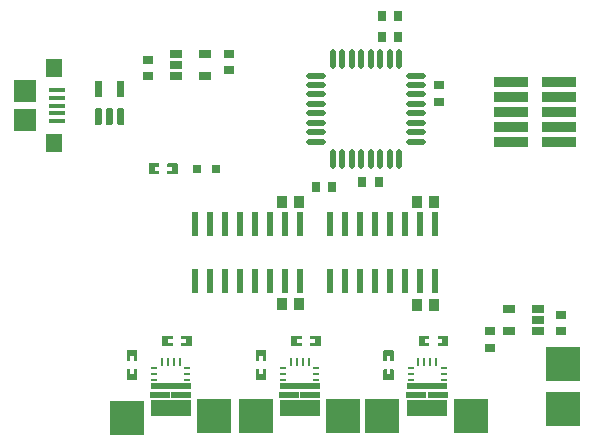
<source format=gtp>
G04 Layer: TopPasteMaskLayer*
G04 EasyEDA v6.5.22, 2022-12-05 22:01:04*
G04 d1a99e3ffb4d45b387634f4a3d5e2a22,8bbad783b4b447a482771b0ae512d992,10*
G04 Gerber Generator version 0.2*
G04 Scale: 100 percent, Rotated: No, Reflected: No *
G04 Dimensions in inches *
G04 leading zeros omitted , absolute positions ,3 integer and 6 decimal *
%FSLAX36Y36*%
%MOIN*%

%AMMACRO1*4,1,4,-0.0049,0.0118,0.0049,0.0118,0.0049,-0.0118,-0.0049,-0.0118,-0.0049,0.0118,0*%
%AMMACRO2*4,1,4,0.0266,0.0079,0.0266,-0.0079,-0.0266,-0.0079,-0.0266,0.0079,0.0266,0.0079,0*%
%ADD10R,0.1181X0.1181*%
%ADD11R,0.0315X0.0354*%
%ADD12R,0.0236X0.0098*%
%ADD13R,0.1378X0.0197*%
%ADD14R,0.0659X0.0197*%
%ADD15R,0.1378X0.0551*%
%ADD16MACRO1*%
%ADD17R,0.0354X0.0315*%
%ADD18R,0.0374X0.0413*%
%ADD19R,0.1181X0.0354*%
%ADD20R,0.0240X0.0810*%
%ADD21R,0.0315X0.0315*%
%ADD22O,0.017638X0.066299*%
%ADD23O,0.066299X0.017638*%
%ADD24R,0.0394X0.0276*%
%ADD25MACRO2*%
%ADD26R,0.0551X0.0630*%
%ADD27R,0.0748X0.0748*%
%ADD28R,0.0156X0.0748*%

%LPD*%
G36*
X921040Y-1442960D02*
G01*
X921040Y-1445900D01*
X909240Y-1445900D01*
X907260Y-1447880D01*
X907260Y-1453779D01*
X909240Y-1455740D01*
X921040Y-1455740D01*
X921040Y-1458700D01*
X939760Y-1458700D01*
X939760Y-1492160D01*
X941720Y-1494139D01*
X947620Y-1494139D01*
X949580Y-1492160D01*
X949580Y-1458700D01*
X959440Y-1458700D01*
X959440Y-1492160D01*
X961400Y-1494139D01*
X967300Y-1494139D01*
X969280Y-1492160D01*
X969280Y-1458700D01*
X979120Y-1458700D01*
X979120Y-1492160D01*
X981100Y-1494139D01*
X987000Y-1494139D01*
X988960Y-1492160D01*
X988960Y-1458700D01*
X998820Y-1458700D01*
X998820Y-1492160D01*
X1000780Y-1494139D01*
X1006680Y-1494139D01*
X1008640Y-1492160D01*
X1008640Y-1458700D01*
X1027340Y-1458700D01*
X1027340Y-1455740D01*
X1039160Y-1455740D01*
X1041140Y-1453779D01*
X1041140Y-1447880D01*
X1039160Y-1445900D01*
X1027340Y-1445900D01*
X1027340Y-1442960D01*
G37*
G36*
X981100Y-1415400D02*
G01*
X979120Y-1417360D01*
X979120Y-1429180D01*
X981100Y-1431140D01*
X1027340Y-1431140D01*
X1027340Y-1428180D01*
X1039160Y-1428180D01*
X1041140Y-1426220D01*
X1041140Y-1420320D01*
X1039160Y-1418340D01*
X1027340Y-1418340D01*
X1027340Y-1415400D01*
G37*
G36*
X921040Y-1415400D02*
G01*
X921040Y-1418340D01*
X909240Y-1418340D01*
X907260Y-1420320D01*
X907260Y-1426220D01*
X909240Y-1428180D01*
X921040Y-1428180D01*
X921040Y-1431140D01*
X967300Y-1431140D01*
X969280Y-1429180D01*
X969280Y-1417360D01*
X967300Y-1415400D01*
G37*
G36*
X981100Y-1387840D02*
G01*
X979120Y-1389800D01*
X979120Y-1401620D01*
X981100Y-1403580D01*
X1027340Y-1403580D01*
X1027340Y-1400620D01*
X1039160Y-1400620D01*
X1041140Y-1398660D01*
X1041140Y-1392760D01*
X1039160Y-1390780D01*
X1027340Y-1390780D01*
X1027340Y-1387840D01*
G37*
G36*
X921040Y-1387840D02*
G01*
X921040Y-1390780D01*
X909240Y-1390780D01*
X907260Y-1392760D01*
X907260Y-1398660D01*
X909240Y-1400620D01*
X921040Y-1400620D01*
X921040Y-1403580D01*
X967300Y-1403580D01*
X969280Y-1401620D01*
X969280Y-1389800D01*
X967300Y-1387840D01*
G37*
G36*
X1346040Y-1387840D02*
G01*
X1346040Y-1390800D01*
X1334240Y-1390800D01*
X1332260Y-1392760D01*
X1332260Y-1398660D01*
X1334240Y-1400640D01*
X1346040Y-1400640D01*
X1346040Y-1403600D01*
X1392300Y-1403600D01*
X1394280Y-1401620D01*
X1394280Y-1389820D01*
X1392300Y-1387840D01*
G37*
G36*
X1406080Y-1387840D02*
G01*
X1404120Y-1389800D01*
X1404120Y-1401620D01*
X1406080Y-1403580D01*
X1452340Y-1403580D01*
X1452340Y-1400640D01*
X1464160Y-1400640D01*
X1466120Y-1398660D01*
X1466120Y-1392760D01*
X1464160Y-1390800D01*
X1452340Y-1390800D01*
X1452340Y-1387840D01*
G37*
G36*
X1346040Y-1415400D02*
G01*
X1346040Y-1418360D01*
X1334240Y-1418360D01*
X1332260Y-1420320D01*
X1332260Y-1426220D01*
X1334240Y-1428200D01*
X1346040Y-1428200D01*
X1346040Y-1431160D01*
X1392300Y-1431160D01*
X1394280Y-1429180D01*
X1394280Y-1417380D01*
X1392300Y-1415400D01*
G37*
G36*
X1406080Y-1415400D02*
G01*
X1404120Y-1417360D01*
X1404120Y-1429180D01*
X1406080Y-1431140D01*
X1452340Y-1431140D01*
X1452340Y-1428200D01*
X1464160Y-1428200D01*
X1466120Y-1426220D01*
X1466120Y-1420320D01*
X1464160Y-1418360D01*
X1452340Y-1418360D01*
X1452340Y-1415400D01*
G37*
G36*
X1346040Y-1442960D02*
G01*
X1346040Y-1445920D01*
X1334240Y-1445920D01*
X1332260Y-1447880D01*
X1332260Y-1453779D01*
X1334240Y-1455760D01*
X1346040Y-1455760D01*
X1346040Y-1458700D01*
X1364740Y-1458700D01*
X1364740Y-1492180D01*
X1366720Y-1494139D01*
X1372620Y-1494139D01*
X1374580Y-1492180D01*
X1374580Y-1458700D01*
X1384440Y-1458700D01*
X1384440Y-1492180D01*
X1386399Y-1494139D01*
X1392300Y-1494139D01*
X1394280Y-1492180D01*
X1394280Y-1458700D01*
X1404120Y-1458700D01*
X1404120Y-1492180D01*
X1406080Y-1494139D01*
X1412000Y-1494139D01*
X1413959Y-1492180D01*
X1413959Y-1458700D01*
X1423800Y-1458700D01*
X1423800Y-1492180D01*
X1425760Y-1494139D01*
X1431680Y-1494139D01*
X1433640Y-1492180D01*
X1433640Y-1458700D01*
X1452340Y-1458700D01*
X1452340Y-1455760D01*
X1464160Y-1455760D01*
X1466120Y-1453779D01*
X1466120Y-1447880D01*
X1464160Y-1445920D01*
X1452340Y-1445920D01*
X1452340Y-1442960D01*
G37*
G36*
X491060Y-1387840D02*
G01*
X491060Y-1390800D01*
X479240Y-1390800D01*
X477280Y-1392760D01*
X477280Y-1398660D01*
X479240Y-1400640D01*
X491060Y-1400640D01*
X491060Y-1403600D01*
X537320Y-1403600D01*
X539280Y-1401620D01*
X539280Y-1389820D01*
X537320Y-1387840D01*
G37*
G36*
X551100Y-1387840D02*
G01*
X549120Y-1389800D01*
X549120Y-1401620D01*
X551100Y-1403580D01*
X597360Y-1403580D01*
X597360Y-1400640D01*
X609160Y-1400640D01*
X611140Y-1398660D01*
X611140Y-1392760D01*
X609160Y-1390800D01*
X597360Y-1390800D01*
X597360Y-1387840D01*
G37*
G36*
X491060Y-1415400D02*
G01*
X491060Y-1418360D01*
X479240Y-1418360D01*
X477280Y-1420320D01*
X477280Y-1426220D01*
X479240Y-1428200D01*
X491060Y-1428200D01*
X491060Y-1431160D01*
X537320Y-1431160D01*
X539280Y-1429180D01*
X539280Y-1417380D01*
X537320Y-1415400D01*
G37*
G36*
X551100Y-1415400D02*
G01*
X549120Y-1417360D01*
X549120Y-1429180D01*
X551100Y-1431140D01*
X597360Y-1431140D01*
X597360Y-1428200D01*
X609160Y-1428200D01*
X611140Y-1426220D01*
X611140Y-1420320D01*
X609160Y-1418360D01*
X597360Y-1418360D01*
X597360Y-1415400D01*
G37*
G36*
X491060Y-1442960D02*
G01*
X491060Y-1445920D01*
X479240Y-1445920D01*
X477280Y-1447880D01*
X477280Y-1453779D01*
X479240Y-1455760D01*
X491060Y-1455760D01*
X491060Y-1458700D01*
X509760Y-1458700D01*
X509760Y-1492180D01*
X511719Y-1494139D01*
X517640Y-1494139D01*
X519600Y-1492180D01*
X519600Y-1458700D01*
X529440Y-1458700D01*
X529440Y-1492180D01*
X531400Y-1494139D01*
X537320Y-1494139D01*
X539280Y-1492180D01*
X539280Y-1458700D01*
X549120Y-1458700D01*
X549120Y-1492180D01*
X551100Y-1494139D01*
X557000Y-1494139D01*
X558960Y-1492180D01*
X558960Y-1458700D01*
X568820Y-1458700D01*
X568820Y-1492180D01*
X570780Y-1494139D01*
X576680Y-1494139D01*
X578660Y-1492180D01*
X578660Y-1458700D01*
X597360Y-1458700D01*
X597360Y-1455760D01*
X609160Y-1455760D01*
X611140Y-1453779D01*
X611140Y-1447880D01*
X609160Y-1445920D01*
X597360Y-1445920D01*
X597360Y-1442960D01*
G37*
G36*
X829260Y-1338580D02*
G01*
X827280Y-1340560D01*
X827280Y-1372040D01*
X829260Y-1374019D01*
X860740Y-1374019D01*
X862720Y-1372040D01*
X862720Y-1340560D01*
X860740Y-1338580D01*
X851780Y-1338580D01*
X851780Y-1353160D01*
X838780Y-1353160D01*
X838780Y-1338580D01*
G37*
G36*
X829260Y-1275980D02*
G01*
X827280Y-1277960D01*
X827280Y-1309060D01*
X829260Y-1311020D01*
X838780Y-1311020D01*
X838780Y-1296060D01*
X851780Y-1296060D01*
X851780Y-1311020D01*
X860740Y-1311020D01*
X862720Y-1309060D01*
X862720Y-1277960D01*
X860740Y-1275980D01*
G37*
G36*
X947960Y-1227280D02*
G01*
X945980Y-1229260D01*
X945980Y-1260740D01*
X947960Y-1262720D01*
X979440Y-1262720D01*
X981420Y-1260740D01*
X981420Y-1251780D01*
X966860Y-1251780D01*
X966860Y-1238780D01*
X981420Y-1238780D01*
X981420Y-1229260D01*
X979440Y-1227280D01*
G37*
G36*
X1010939Y-1227280D02*
G01*
X1008980Y-1229260D01*
X1008980Y-1238780D01*
X1023940Y-1238780D01*
X1023940Y-1251780D01*
X1008980Y-1251780D01*
X1008980Y-1260740D01*
X1010939Y-1262720D01*
X1042039Y-1262720D01*
X1044020Y-1260740D01*
X1044020Y-1229260D01*
X1042039Y-1227280D01*
G37*
G36*
X1372960Y-1227280D02*
G01*
X1370980Y-1229260D01*
X1370980Y-1260740D01*
X1372960Y-1262720D01*
X1404440Y-1262720D01*
X1406420Y-1260740D01*
X1406420Y-1251780D01*
X1391860Y-1251780D01*
X1391860Y-1238780D01*
X1406420Y-1238780D01*
X1406420Y-1229260D01*
X1404440Y-1227280D01*
G37*
G36*
X1435940Y-1227280D02*
G01*
X1433980Y-1229260D01*
X1433980Y-1238780D01*
X1448940Y-1238780D01*
X1448940Y-1251780D01*
X1433980Y-1251780D01*
X1433980Y-1260740D01*
X1435940Y-1262720D01*
X1467040Y-1262720D01*
X1469019Y-1260740D01*
X1469019Y-1229260D01*
X1467040Y-1227280D01*
G37*
G36*
X1254260Y-1338580D02*
G01*
X1252280Y-1340560D01*
X1252280Y-1372040D01*
X1254260Y-1374019D01*
X1285740Y-1374019D01*
X1287720Y-1372040D01*
X1287720Y-1340560D01*
X1285740Y-1338580D01*
X1276780Y-1338580D01*
X1276780Y-1353160D01*
X1263780Y-1353160D01*
X1263780Y-1338580D01*
G37*
G36*
X1254260Y-1275980D02*
G01*
X1252280Y-1277960D01*
X1252280Y-1309060D01*
X1254260Y-1311020D01*
X1263780Y-1311020D01*
X1263780Y-1296060D01*
X1276780Y-1296060D01*
X1276780Y-1311020D01*
X1285740Y-1311020D01*
X1287720Y-1309060D01*
X1287720Y-1277960D01*
X1285740Y-1275980D01*
G37*
G36*
X517960Y-1227280D02*
G01*
X515980Y-1229260D01*
X515980Y-1260740D01*
X517960Y-1262720D01*
X549440Y-1262720D01*
X551420Y-1260740D01*
X551420Y-1251780D01*
X536840Y-1251780D01*
X536840Y-1238780D01*
X551420Y-1238780D01*
X551420Y-1229260D01*
X549440Y-1227280D01*
G37*
G36*
X580940Y-1227280D02*
G01*
X578980Y-1229260D01*
X578980Y-1238780D01*
X593940Y-1238780D01*
X593940Y-1251780D01*
X578980Y-1251780D01*
X578980Y-1260740D01*
X580940Y-1262720D01*
X612040Y-1262720D01*
X614020Y-1260740D01*
X614020Y-1229260D01*
X612040Y-1227280D01*
G37*
G36*
X399260Y-1338580D02*
G01*
X397280Y-1340560D01*
X397280Y-1372040D01*
X399260Y-1374019D01*
X430740Y-1374019D01*
X432720Y-1372040D01*
X432720Y-1340560D01*
X430740Y-1338580D01*
X421780Y-1338580D01*
X421780Y-1353160D01*
X408780Y-1353160D01*
X408780Y-1338580D01*
G37*
G36*
X399260Y-1275980D02*
G01*
X397280Y-1277960D01*
X397280Y-1309060D01*
X399260Y-1311020D01*
X408780Y-1311020D01*
X408780Y-1296060D01*
X421780Y-1296060D01*
X421780Y-1311020D01*
X430740Y-1311020D01*
X432720Y-1309060D01*
X432720Y-1277960D01*
X430740Y-1275980D01*
G37*
G36*
X535560Y-652280D02*
G01*
X533580Y-654260D01*
X533580Y-663220D01*
X548160Y-663220D01*
X548160Y-676220D01*
X533580Y-676220D01*
X533580Y-685740D01*
X535560Y-687720D01*
X567040Y-687720D01*
X569020Y-685740D01*
X569020Y-654260D01*
X567040Y-652280D01*
G37*
G36*
X472960Y-652280D02*
G01*
X470980Y-654260D01*
X470980Y-685740D01*
X472960Y-687720D01*
X504060Y-687720D01*
X506019Y-685740D01*
X506019Y-676220D01*
X491060Y-676220D01*
X491060Y-663220D01*
X506019Y-663220D01*
X506019Y-654260D01*
X504060Y-652280D01*
G37*
D10*
G01*
X1850730Y-1472719D03*
G01*
X1850730Y-1322719D03*
D11*
G01*
X1082560Y-730000D03*
G01*
X1027439Y-730000D03*
G01*
X1247439Y-160000D03*
G01*
X1302560Y-160000D03*
D12*
G01*
X919080Y-1333699D03*
G01*
X919080Y-1353389D03*
G01*
X919080Y-1373069D03*
D13*
G01*
X974200Y-1395709D03*
D14*
G01*
X938270Y-1423270D03*
D15*
G01*
X974200Y-1468550D03*
D14*
G01*
X1010129Y-1423270D03*
D12*
G01*
X1029319Y-1373069D03*
G01*
X1029319Y-1353389D03*
G01*
X1029319Y-1333699D03*
D16*
G01*
X1003730Y-1313033D03*
G01*
X984040Y-1313033D03*
G01*
X964360Y-1313033D03*
G01*
X944670Y-1313033D03*
G01*
X1369668Y-1313038D03*
G01*
X1389358Y-1313038D03*
G01*
X1409039Y-1313038D03*
G01*
X1428728Y-1313038D03*
D12*
G01*
X1454319Y-1333699D03*
G01*
X1454319Y-1353389D03*
G01*
X1454319Y-1373069D03*
D14*
G01*
X1435129Y-1423270D03*
D15*
G01*
X1399200Y-1468550D03*
D14*
G01*
X1363270Y-1423270D03*
D13*
G01*
X1399200Y-1395709D03*
D12*
G01*
X1344080Y-1373069D03*
G01*
X1344080Y-1353389D03*
G01*
X1344080Y-1333699D03*
D16*
G01*
X514671Y-1313038D03*
G01*
X534362Y-1313038D03*
G01*
X554042Y-1313038D03*
G01*
X573732Y-1313038D03*
D12*
G01*
X599319Y-1333699D03*
G01*
X599319Y-1353389D03*
G01*
X599319Y-1373069D03*
D14*
G01*
X580129Y-1423270D03*
D15*
G01*
X544200Y-1468550D03*
D14*
G01*
X508270Y-1423270D03*
D13*
G01*
X544200Y-1395709D03*
D12*
G01*
X489079Y-1373069D03*
G01*
X489079Y-1353389D03*
G01*
X489079Y-1333699D03*
D17*
G01*
X470000Y-307440D03*
G01*
X470000Y-362559D03*
G01*
X740000Y-287440D03*
G01*
X740000Y-342559D03*
D11*
G01*
X1182439Y-715000D03*
G01*
X1237560Y-715000D03*
D17*
G01*
X1845000Y-1212559D03*
G01*
X1845000Y-1157440D03*
G01*
X1610000Y-1212440D03*
G01*
X1610000Y-1267559D03*
D11*
G01*
X1247439Y-230000D03*
G01*
X1302560Y-230000D03*
D17*
G01*
X1440000Y-447559D03*
G01*
X1440000Y-392440D03*
D18*
G01*
X916459Y-1120000D03*
G01*
X973540Y-1120000D03*
G01*
X1366459Y-780000D03*
G01*
X1423540Y-780000D03*
G01*
X916459Y-780000D03*
G01*
X973540Y-780000D03*
G01*
X1366459Y-1125000D03*
G01*
X1423540Y-1125000D03*
D19*
G01*
X1679880Y-530000D03*
G01*
X1840119Y-530000D03*
G01*
X1679880Y-580000D03*
G01*
X1840119Y-580000D03*
G01*
X1679880Y-380000D03*
G01*
X1840119Y-380000D03*
G01*
X1679880Y-430000D03*
G01*
X1840119Y-430000D03*
G01*
X1679880Y-480000D03*
G01*
X1840119Y-480000D03*
D20*
G01*
X1425000Y-855500D03*
G01*
X1375000Y-855500D03*
G01*
X1325000Y-855500D03*
G01*
X1275000Y-855500D03*
G01*
X1225000Y-855500D03*
G01*
X1175000Y-855500D03*
G01*
X1125000Y-855500D03*
G01*
X1075000Y-855500D03*
G01*
X1075000Y-1044499D03*
G01*
X1125000Y-1044499D03*
G01*
X1175000Y-1044499D03*
G01*
X1225000Y-1044499D03*
G01*
X1275000Y-1044499D03*
G01*
X1325000Y-1044499D03*
G01*
X1375000Y-1044499D03*
G01*
X1425000Y-1044499D03*
G01*
X975000Y-855500D03*
G01*
X925000Y-855500D03*
G01*
X875000Y-855500D03*
G01*
X825000Y-855500D03*
G01*
X775000Y-855500D03*
G01*
X725000Y-855500D03*
G01*
X675000Y-855500D03*
G01*
X625000Y-855500D03*
G01*
X625000Y-1044499D03*
G01*
X675000Y-1044499D03*
G01*
X725000Y-1044499D03*
G01*
X775000Y-1044499D03*
G01*
X825000Y-1044499D03*
G01*
X875000Y-1044499D03*
G01*
X925000Y-1044499D03*
G01*
X975000Y-1044499D03*
D21*
G01*
X696469Y-669859D03*
G01*
X633519Y-670140D03*
D22*
G01*
X1084759Y-637020D03*
G01*
X1116260Y-637020D03*
G01*
X1147759Y-637020D03*
G01*
X1179250Y-637020D03*
G01*
X1210749Y-637020D03*
G01*
X1242240Y-637020D03*
G01*
X1273739Y-637020D03*
G01*
X1305240Y-637020D03*
D23*
G01*
X1362010Y-580250D03*
G01*
X1362010Y-548750D03*
G01*
X1362010Y-517249D03*
G01*
X1362010Y-485760D03*
G01*
X1362010Y-454259D03*
G01*
X1362010Y-422770D03*
G01*
X1362010Y-391269D03*
G01*
X1362010Y-359769D03*
D22*
G01*
X1305240Y-303000D03*
G01*
X1273739Y-303000D03*
G01*
X1242240Y-303000D03*
G01*
X1210749Y-303000D03*
G01*
X1179250Y-303000D03*
G01*
X1147759Y-303000D03*
G01*
X1116260Y-303000D03*
G01*
X1084759Y-303000D03*
D23*
G01*
X1027989Y-359769D03*
G01*
X1027989Y-391269D03*
G01*
X1027989Y-422770D03*
G01*
X1027989Y-454259D03*
G01*
X1027989Y-485760D03*
G01*
X1027989Y-517249D03*
G01*
X1027989Y-548750D03*
G01*
X1027989Y-580250D03*
D10*
G01*
X1120000Y-1495000D03*
G01*
X830000Y-1495000D03*
G01*
X1545000Y-1495000D03*
G01*
X1250000Y-1495000D03*
G01*
X690000Y-1495000D03*
G01*
X400000Y-1500000D03*
G36*
X293739Y-523029D02*
G01*
X293380Y-523009D01*
X293029Y-522950D01*
X292689Y-522840D01*
X292370Y-522689D01*
X292060Y-522510D01*
X291779Y-522289D01*
X291529Y-522040D01*
X291309Y-521759D01*
X291129Y-521449D01*
X290979Y-521129D01*
X290869Y-520790D01*
X290810Y-520429D01*
X290790Y-520079D01*
X290790Y-472440D01*
X290810Y-472080D01*
X290869Y-471729D01*
X290979Y-471390D01*
X291129Y-471069D01*
X291309Y-470759D01*
X291529Y-470479D01*
X291779Y-470229D01*
X292060Y-470010D01*
X292370Y-469830D01*
X292689Y-469679D01*
X293029Y-469570D01*
X293380Y-469509D01*
X293739Y-469490D01*
X311460Y-469490D01*
X311809Y-469509D01*
X312159Y-469570D01*
X312500Y-469679D01*
X312829Y-469830D01*
X313130Y-470010D01*
X313409Y-470229D01*
X313670Y-470479D01*
X313890Y-470759D01*
X314070Y-471069D01*
X314220Y-471390D01*
X314319Y-471729D01*
X314389Y-472080D01*
X314409Y-472440D01*
X314409Y-520079D01*
X314389Y-520429D01*
X314319Y-520790D01*
X314220Y-521129D01*
X314070Y-521449D01*
X313890Y-521759D01*
X313670Y-522040D01*
X313409Y-522289D01*
X313130Y-522510D01*
X312829Y-522689D01*
X312500Y-522840D01*
X312159Y-522950D01*
X311809Y-523009D01*
X311460Y-523029D01*
G37*
G36*
X331140Y-523029D02*
G01*
X330790Y-523009D01*
X330439Y-522950D01*
X330090Y-522840D01*
X329770Y-522689D01*
X329459Y-522510D01*
X329179Y-522289D01*
X328930Y-522040D01*
X328710Y-521759D01*
X328530Y-521449D01*
X328380Y-521129D01*
X328270Y-520790D01*
X328209Y-520429D01*
X328190Y-520079D01*
X328190Y-472440D01*
X328209Y-472080D01*
X328270Y-471729D01*
X328380Y-471390D01*
X328530Y-471069D01*
X328710Y-470759D01*
X328930Y-470479D01*
X329179Y-470229D01*
X329459Y-470010D01*
X329770Y-469830D01*
X330090Y-469679D01*
X330439Y-469570D01*
X330790Y-469509D01*
X331140Y-469490D01*
X348859Y-469490D01*
X349209Y-469509D01*
X349560Y-469570D01*
X349909Y-469679D01*
X350229Y-469830D01*
X350540Y-470010D01*
X350820Y-470229D01*
X351069Y-470479D01*
X351289Y-470759D01*
X351469Y-471069D01*
X351619Y-471390D01*
X351729Y-471729D01*
X351790Y-472080D01*
X351809Y-472440D01*
X351809Y-520079D01*
X351790Y-520429D01*
X351729Y-520790D01*
X351619Y-521129D01*
X351469Y-521449D01*
X351289Y-521759D01*
X351069Y-522040D01*
X350820Y-522289D01*
X350540Y-522510D01*
X350229Y-522689D01*
X349909Y-522840D01*
X349560Y-522950D01*
X349209Y-523009D01*
X348859Y-523029D01*
G37*
G36*
X368539Y-523029D02*
G01*
X368190Y-523009D01*
X367840Y-522950D01*
X367500Y-522840D01*
X367170Y-522689D01*
X366869Y-522510D01*
X366590Y-522289D01*
X366329Y-522040D01*
X366109Y-521759D01*
X365929Y-521449D01*
X365779Y-521129D01*
X365680Y-520790D01*
X365610Y-520429D01*
X365590Y-520079D01*
X365590Y-472440D01*
X365610Y-472080D01*
X365680Y-471729D01*
X365779Y-471390D01*
X365929Y-471069D01*
X366109Y-470759D01*
X366329Y-470479D01*
X366590Y-470229D01*
X366869Y-470010D01*
X367170Y-469830D01*
X367500Y-469679D01*
X367840Y-469570D01*
X368190Y-469509D01*
X368539Y-469490D01*
X386260Y-469490D01*
X386619Y-469509D01*
X386970Y-469570D01*
X387310Y-469679D01*
X387629Y-469830D01*
X387939Y-470010D01*
X388220Y-470229D01*
X388470Y-470479D01*
X388690Y-470759D01*
X388870Y-471069D01*
X389020Y-471390D01*
X389130Y-471729D01*
X389189Y-472080D01*
X389209Y-472440D01*
X389209Y-520079D01*
X389189Y-520429D01*
X389130Y-520790D01*
X389020Y-521129D01*
X388870Y-521449D01*
X388690Y-521759D01*
X388470Y-522040D01*
X388220Y-522289D01*
X387939Y-522510D01*
X387629Y-522689D01*
X387310Y-522840D01*
X386970Y-522950D01*
X386619Y-523009D01*
X386260Y-523029D01*
G37*
G36*
X368539Y-430509D02*
G01*
X368190Y-430490D01*
X367840Y-430429D01*
X367500Y-430320D01*
X367170Y-430169D01*
X366869Y-429989D01*
X366590Y-429770D01*
X366329Y-429520D01*
X366109Y-429240D01*
X365929Y-428930D01*
X365779Y-428609D01*
X365680Y-428270D01*
X365610Y-427919D01*
X365590Y-427559D01*
X365590Y-379920D01*
X365610Y-379570D01*
X365680Y-379209D01*
X365779Y-378870D01*
X365929Y-378550D01*
X366109Y-378240D01*
X366329Y-377959D01*
X366590Y-377710D01*
X366869Y-377489D01*
X367170Y-377310D01*
X367500Y-377159D01*
X367840Y-377049D01*
X368190Y-376990D01*
X368539Y-376970D01*
X386260Y-376970D01*
X386619Y-376990D01*
X386970Y-377049D01*
X387310Y-377159D01*
X387629Y-377310D01*
X387939Y-377489D01*
X388220Y-377710D01*
X388470Y-377959D01*
X388690Y-378240D01*
X388870Y-378550D01*
X389020Y-378870D01*
X389130Y-379209D01*
X389189Y-379570D01*
X389209Y-379920D01*
X389209Y-427559D01*
X389189Y-427919D01*
X389130Y-428270D01*
X389020Y-428609D01*
X388870Y-428930D01*
X388690Y-429240D01*
X388470Y-429520D01*
X388220Y-429770D01*
X387939Y-429989D01*
X387629Y-430169D01*
X387310Y-430320D01*
X386970Y-430429D01*
X386619Y-430490D01*
X386260Y-430509D01*
G37*
G36*
X293739Y-430509D02*
G01*
X293380Y-430490D01*
X293029Y-430429D01*
X292689Y-430320D01*
X292370Y-430169D01*
X292060Y-429989D01*
X291779Y-429770D01*
X291529Y-429520D01*
X291309Y-429240D01*
X291129Y-428930D01*
X290979Y-428609D01*
X290869Y-428270D01*
X290810Y-427919D01*
X290790Y-427559D01*
X290790Y-379920D01*
X290810Y-379570D01*
X290869Y-379209D01*
X290979Y-378870D01*
X291129Y-378550D01*
X291309Y-378240D01*
X291529Y-377959D01*
X291779Y-377710D01*
X292060Y-377489D01*
X292370Y-377310D01*
X292689Y-377159D01*
X293029Y-377049D01*
X293380Y-376990D01*
X293739Y-376970D01*
X311460Y-376970D01*
X311809Y-376990D01*
X312159Y-377049D01*
X312500Y-377159D01*
X312829Y-377310D01*
X313130Y-377489D01*
X313409Y-377710D01*
X313670Y-377959D01*
X313890Y-378240D01*
X314070Y-378550D01*
X314220Y-378870D01*
X314319Y-379209D01*
X314389Y-379570D01*
X314409Y-379920D01*
X314409Y-427559D01*
X314389Y-427919D01*
X314319Y-428270D01*
X314220Y-428609D01*
X314070Y-428930D01*
X313890Y-429240D01*
X313670Y-429520D01*
X313409Y-429770D01*
X313130Y-429989D01*
X312829Y-430169D01*
X312500Y-430320D01*
X312159Y-430429D01*
X311809Y-430490D01*
X311460Y-430509D01*
G37*
D24*
G01*
X562759Y-287600D03*
G01*
X562759Y-325000D03*
G01*
X562759Y-362399D03*
G01*
X657240Y-362399D03*
G01*
X657240Y-287600D03*
G01*
X1767240Y-1212399D03*
G01*
X1767240Y-1175000D03*
G01*
X1767240Y-1137600D03*
G01*
X1672759Y-1137600D03*
G01*
X1672759Y-1212399D03*
D25*
G01*
X165314Y-408814D03*
G01*
X165314Y-434410D03*
G01*
X165314Y-460000D03*
G01*
X165314Y-485589D03*
G01*
X165314Y-511185D03*
D26*
G01*
X156460Y-334020D03*
G01*
X156460Y-585979D03*
D27*
G01*
X60000Y-412759D03*
G01*
X60000Y-507240D03*
M02*

</source>
